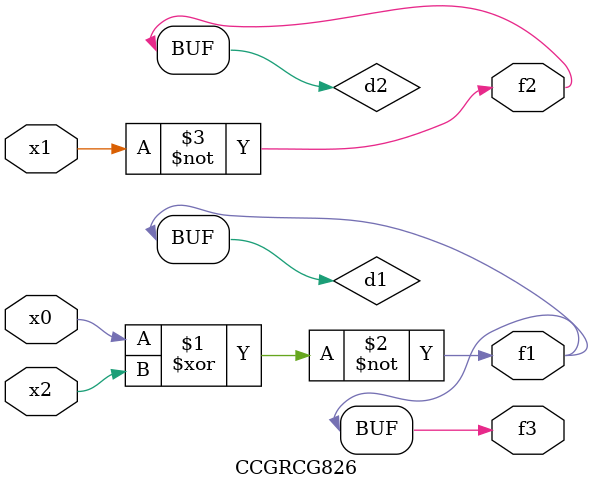
<source format=v>
module CCGRCG826(
	input x0, x1, x2,
	output f1, f2, f3
);

	wire d1, d2, d3;

	xnor (d1, x0, x2);
	nand (d2, x1);
	nor (d3, x1, x2);
	assign f1 = d1;
	assign f2 = d2;
	assign f3 = d1;
endmodule

</source>
